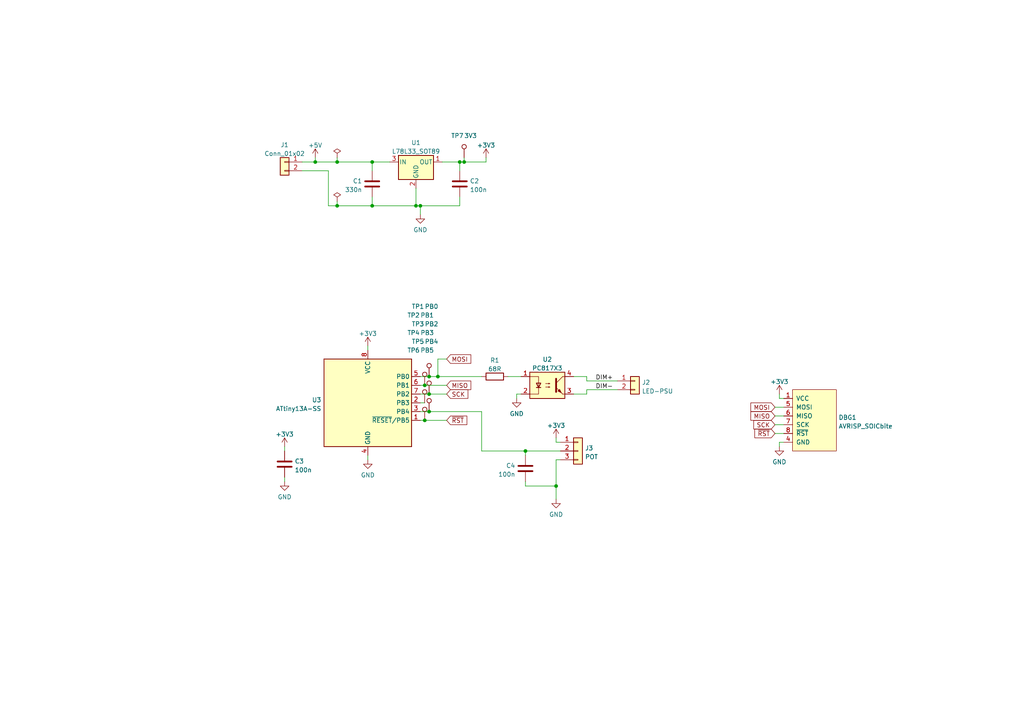
<source format=kicad_sch>
(kicad_sch (version 20211123) (generator eeschema)

  (uuid e63e39d7-6ac0-4ffd-8aa3-1841a4541b55)

  (paper "A4")

  (title_block
    (title "LogDimmer")
    (date "2022-07-05")
    (rev "A")
    (company "B E Searle")
    (comment 2 "PWM-controlled mains LED PSU (Meanwell LCM-25).")
    (comment 3 "Small board intended for implementing log-dimming on a ")
  )

  (lib_symbols
    (symbol "Connector_Generic:Conn_01x02" (pin_names (offset 1.016) hide) (in_bom yes) (on_board yes)
      (property "Reference" "J" (id 0) (at 0 2.54 0)
        (effects (font (size 1.27 1.27)))
      )
      (property "Value" "Conn_01x02" (id 1) (at 0 -5.08 0)
        (effects (font (size 1.27 1.27)))
      )
      (property "Footprint" "" (id 2) (at 0 0 0)
        (effects (font (size 1.27 1.27)) hide)
      )
      (property "Datasheet" "~" (id 3) (at 0 0 0)
        (effects (font (size 1.27 1.27)) hide)
      )
      (property "ki_keywords" "connector" (id 4) (at 0 0 0)
        (effects (font (size 1.27 1.27)) hide)
      )
      (property "ki_description" "Generic connector, single row, 01x02, script generated (kicad-library-utils/schlib/autogen/connector/)" (id 5) (at 0 0 0)
        (effects (font (size 1.27 1.27)) hide)
      )
      (property "ki_fp_filters" "Connector*:*_1x??_*" (id 6) (at 0 0 0)
        (effects (font (size 1.27 1.27)) hide)
      )
      (symbol "Conn_01x02_1_1"
        (rectangle (start -1.27 -2.413) (end 0 -2.667)
          (stroke (width 0.1524) (type default) (color 0 0 0 0))
          (fill (type none))
        )
        (rectangle (start -1.27 0.127) (end 0 -0.127)
          (stroke (width 0.1524) (type default) (color 0 0 0 0))
          (fill (type none))
        )
        (rectangle (start -1.27 1.27) (end 1.27 -3.81)
          (stroke (width 0.254) (type default) (color 0 0 0 0))
          (fill (type background))
        )
        (pin passive line (at -5.08 0 0) (length 3.81)
          (name "Pin_1" (effects (font (size 1.27 1.27))))
          (number "1" (effects (font (size 1.27 1.27))))
        )
        (pin passive line (at -5.08 -2.54 0) (length 3.81)
          (name "Pin_2" (effects (font (size 1.27 1.27))))
          (number "2" (effects (font (size 1.27 1.27))))
        )
      )
    )
    (symbol "Connector_Generic:Conn_01x03" (pin_names (offset 1.016) hide) (in_bom yes) (on_board yes)
      (property "Reference" "J" (id 0) (at 0 5.08 0)
        (effects (font (size 1.27 1.27)))
      )
      (property "Value" "Conn_01x03" (id 1) (at 0 -5.08 0)
        (effects (font (size 1.27 1.27)))
      )
      (property "Footprint" "" (id 2) (at 0 0 0)
        (effects (font (size 1.27 1.27)) hide)
      )
      (property "Datasheet" "~" (id 3) (at 0 0 0)
        (effects (font (size 1.27 1.27)) hide)
      )
      (property "ki_keywords" "connector" (id 4) (at 0 0 0)
        (effects (font (size 1.27 1.27)) hide)
      )
      (property "ki_description" "Generic connector, single row, 01x03, script generated (kicad-library-utils/schlib/autogen/connector/)" (id 5) (at 0 0 0)
        (effects (font (size 1.27 1.27)) hide)
      )
      (property "ki_fp_filters" "Connector*:*_1x??_*" (id 6) (at 0 0 0)
        (effects (font (size 1.27 1.27)) hide)
      )
      (symbol "Conn_01x03_1_1"
        (rectangle (start -1.27 -2.413) (end 0 -2.667)
          (stroke (width 0.1524) (type default) (color 0 0 0 0))
          (fill (type none))
        )
        (rectangle (start -1.27 0.127) (end 0 -0.127)
          (stroke (width 0.1524) (type default) (color 0 0 0 0))
          (fill (type none))
        )
        (rectangle (start -1.27 2.667) (end 0 2.413)
          (stroke (width 0.1524) (type default) (color 0 0 0 0))
          (fill (type none))
        )
        (rectangle (start -1.27 3.81) (end 1.27 -3.81)
          (stroke (width 0.254) (type default) (color 0 0 0 0))
          (fill (type background))
        )
        (pin passive line (at -5.08 2.54 0) (length 3.81)
          (name "Pin_1" (effects (font (size 1.27 1.27))))
          (number "1" (effects (font (size 1.27 1.27))))
        )
        (pin passive line (at -5.08 0 0) (length 3.81)
          (name "Pin_2" (effects (font (size 1.27 1.27))))
          (number "2" (effects (font (size 1.27 1.27))))
        )
        (pin passive line (at -5.08 -2.54 0) (length 3.81)
          (name "Pin_3" (effects (font (size 1.27 1.27))))
          (number "3" (effects (font (size 1.27 1.27))))
        )
      )
    )
    (symbol "Device:C" (pin_numbers hide) (pin_names (offset 0.254)) (in_bom yes) (on_board yes)
      (property "Reference" "C" (id 0) (at 0.635 2.54 0)
        (effects (font (size 1.27 1.27)) (justify left))
      )
      (property "Value" "C" (id 1) (at 0.635 -2.54 0)
        (effects (font (size 1.27 1.27)) (justify left))
      )
      (property "Footprint" "" (id 2) (at 0.9652 -3.81 0)
        (effects (font (size 1.27 1.27)) hide)
      )
      (property "Datasheet" "~" (id 3) (at 0 0 0)
        (effects (font (size 1.27 1.27)) hide)
      )
      (property "ki_keywords" "cap capacitor" (id 4) (at 0 0 0)
        (effects (font (size 1.27 1.27)) hide)
      )
      (property "ki_description" "Unpolarized capacitor" (id 5) (at 0 0 0)
        (effects (font (size 1.27 1.27)) hide)
      )
      (property "ki_fp_filters" "C_*" (id 6) (at 0 0 0)
        (effects (font (size 1.27 1.27)) hide)
      )
      (symbol "C_0_1"
        (polyline
          (pts
            (xy -2.032 -0.762)
            (xy 2.032 -0.762)
          )
          (stroke (width 0.508) (type default) (color 0 0 0 0))
          (fill (type none))
        )
        (polyline
          (pts
            (xy -2.032 0.762)
            (xy 2.032 0.762)
          )
          (stroke (width 0.508) (type default) (color 0 0 0 0))
          (fill (type none))
        )
      )
      (symbol "C_1_1"
        (pin passive line (at 0 3.81 270) (length 2.794)
          (name "~" (effects (font (size 1.27 1.27))))
          (number "1" (effects (font (size 1.27 1.27))))
        )
        (pin passive line (at 0 -3.81 90) (length 2.794)
          (name "~" (effects (font (size 1.27 1.27))))
          (number "2" (effects (font (size 1.27 1.27))))
        )
      )
    )
    (symbol "Device:R" (pin_numbers hide) (pin_names (offset 0)) (in_bom yes) (on_board yes)
      (property "Reference" "R" (id 0) (at 2.032 0 90)
        (effects (font (size 1.27 1.27)))
      )
      (property "Value" "R" (id 1) (at 0 0 90)
        (effects (font (size 1.27 1.27)))
      )
      (property "Footprint" "" (id 2) (at -1.778 0 90)
        (effects (font (size 1.27 1.27)) hide)
      )
      (property "Datasheet" "~" (id 3) (at 0 0 0)
        (effects (font (size 1.27 1.27)) hide)
      )
      (property "ki_keywords" "R res resistor" (id 4) (at 0 0 0)
        (effects (font (size 1.27 1.27)) hide)
      )
      (property "ki_description" "Resistor" (id 5) (at 0 0 0)
        (effects (font (size 1.27 1.27)) hide)
      )
      (property "ki_fp_filters" "R_*" (id 6) (at 0 0 0)
        (effects (font (size 1.27 1.27)) hide)
      )
      (symbol "R_0_1"
        (rectangle (start -1.016 -2.54) (end 1.016 2.54)
          (stroke (width 0.254) (type default) (color 0 0 0 0))
          (fill (type none))
        )
      )
      (symbol "R_1_1"
        (pin passive line (at 0 3.81 270) (length 1.27)
          (name "~" (effects (font (size 1.27 1.27))))
          (number "1" (effects (font (size 1.27 1.27))))
        )
        (pin passive line (at 0 -3.81 90) (length 1.27)
          (name "~" (effects (font (size 1.27 1.27))))
          (number "2" (effects (font (size 1.27 1.27))))
        )
      )
    )
    (symbol "GenericComponents:Test_point" (pin_numbers hide) (pin_names (offset 0) hide) (in_bom yes) (on_board yes)
      (property "Reference" "TP" (id 0) (at 0 5.715 0)
        (effects (font (size 1.27 1.27)))
      )
      (property "Value" "Test_point" (id 1) (at 0 7.62 0)
        (effects (font (size 1.27 1.27)))
      )
      (property "Footprint" "" (id 2) (at 0 0 0)
        (effects (font (size 1.27 1.27)) hide)
      )
      (property "Datasheet" "" (id 3) (at 0 0 0)
        (effects (font (size 1.27 1.27)) hide)
      )
      (property "ki_keywords" "test point pad" (id 4) (at 0 0 0)
        (effects (font (size 1.27 1.27)) hide)
      )
      (property "ki_description" "Generic test point component." (id 5) (at 0 0 0)
        (effects (font (size 1.27 1.27)) hide)
      )
      (property "ki_fp_filters" "TestPoint*" (id 6) (at 0 0 0)
        (effects (font (size 1.27 1.27)) hide)
      )
      (symbol "Test_point_0_1"
        (circle (center 0 3.175) (radius 0.635)
          (stroke (width 0.2032) (type default) (color 0 0 0 0))
          (fill (type none))
        )
      )
      (symbol "Test_point_1_1"
        (pin passive line (at 0 0 90) (length 2.54)
          (name "TP" (effects (font (size 1.27 1.27))))
          (number "1" (effects (font (size 1.27 1.27))))
        )
      )
    )
    (symbol "Isolator:PC817" (pin_names (offset 1.016)) (in_bom yes) (on_board yes)
      (property "Reference" "U" (id 0) (at -5.08 5.08 0)
        (effects (font (size 1.27 1.27)) (justify left))
      )
      (property "Value" "PC817" (id 1) (at 0 5.08 0)
        (effects (font (size 1.27 1.27)) (justify left))
      )
      (property "Footprint" "Package_DIP:DIP-4_W7.62mm" (id 2) (at -5.08 -5.08 0)
        (effects (font (size 1.27 1.27) italic) (justify left) hide)
      )
      (property "Datasheet" "http://www.soselectronic.cz/a_info/resource/d/pc817.pdf" (id 3) (at 0 0 0)
        (effects (font (size 1.27 1.27)) (justify left) hide)
      )
      (property "ki_keywords" "NPN DC Optocoupler" (id 4) (at 0 0 0)
        (effects (font (size 1.27 1.27)) hide)
      )
      (property "ki_description" "DC Optocoupler, Vce 35V, CTR 50-300%, DIP-4" (id 5) (at 0 0 0)
        (effects (font (size 1.27 1.27)) hide)
      )
      (property "ki_fp_filters" "DIP*W7.62mm*" (id 6) (at 0 0 0)
        (effects (font (size 1.27 1.27)) hide)
      )
      (symbol "PC817_0_1"
        (rectangle (start -5.08 3.81) (end 5.08 -3.81)
          (stroke (width 0.254) (type default) (color 0 0 0 0))
          (fill (type background))
        )
        (polyline
          (pts
            (xy -3.175 -0.635)
            (xy -1.905 -0.635)
          )
          (stroke (width 0.254) (type default) (color 0 0 0 0))
          (fill (type none))
        )
        (polyline
          (pts
            (xy 2.54 0.635)
            (xy 4.445 2.54)
          )
          (stroke (width 0) (type default) (color 0 0 0 0))
          (fill (type none))
        )
        (polyline
          (pts
            (xy 4.445 -2.54)
            (xy 2.54 -0.635)
          )
          (stroke (width 0) (type default) (color 0 0 0 0))
          (fill (type outline))
        )
        (polyline
          (pts
            (xy 4.445 -2.54)
            (xy 5.08 -2.54)
          )
          (stroke (width 0) (type default) (color 0 0 0 0))
          (fill (type none))
        )
        (polyline
          (pts
            (xy 4.445 2.54)
            (xy 5.08 2.54)
          )
          (stroke (width 0) (type default) (color 0 0 0 0))
          (fill (type none))
        )
        (polyline
          (pts
            (xy -5.08 2.54)
            (xy -2.54 2.54)
            (xy -2.54 -0.635)
          )
          (stroke (width 0) (type default) (color 0 0 0 0))
          (fill (type none))
        )
        (polyline
          (pts
            (xy -2.54 -0.635)
            (xy -2.54 -2.54)
            (xy -5.08 -2.54)
          )
          (stroke (width 0) (type default) (color 0 0 0 0))
          (fill (type none))
        )
        (polyline
          (pts
            (xy 2.54 1.905)
            (xy 2.54 -1.905)
            (xy 2.54 -1.905)
          )
          (stroke (width 0.508) (type default) (color 0 0 0 0))
          (fill (type none))
        )
        (polyline
          (pts
            (xy -2.54 -0.635)
            (xy -3.175 0.635)
            (xy -1.905 0.635)
            (xy -2.54 -0.635)
          )
          (stroke (width 0.254) (type default) (color 0 0 0 0))
          (fill (type none))
        )
        (polyline
          (pts
            (xy -0.508 -0.508)
            (xy 0.762 -0.508)
            (xy 0.381 -0.635)
            (xy 0.381 -0.381)
            (xy 0.762 -0.508)
          )
          (stroke (width 0) (type default) (color 0 0 0 0))
          (fill (type none))
        )
        (polyline
          (pts
            (xy -0.508 0.508)
            (xy 0.762 0.508)
            (xy 0.381 0.381)
            (xy 0.381 0.635)
            (xy 0.762 0.508)
          )
          (stroke (width 0) (type default) (color 0 0 0 0))
          (fill (type none))
        )
        (polyline
          (pts
            (xy 3.048 -1.651)
            (xy 3.556 -1.143)
            (xy 4.064 -2.159)
            (xy 3.048 -1.651)
            (xy 3.048 -1.651)
          )
          (stroke (width 0) (type default) (color 0 0 0 0))
          (fill (type outline))
        )
      )
      (symbol "PC817_1_1"
        (pin passive line (at -7.62 2.54 0) (length 2.54)
          (name "~" (effects (font (size 1.27 1.27))))
          (number "1" (effects (font (size 1.27 1.27))))
        )
        (pin passive line (at -7.62 -2.54 0) (length 2.54)
          (name "~" (effects (font (size 1.27 1.27))))
          (number "2" (effects (font (size 1.27 1.27))))
        )
        (pin passive line (at 7.62 -2.54 180) (length 2.54)
          (name "~" (effects (font (size 1.27 1.27))))
          (number "3" (effects (font (size 1.27 1.27))))
        )
        (pin passive line (at 7.62 2.54 180) (length 2.54)
          (name "~" (effects (font (size 1.27 1.27))))
          (number "4" (effects (font (size 1.27 1.27))))
        )
      )
    )
    (symbol "MCU_Microchip_ATtiny:ATtiny13A-SS" (in_bom yes) (on_board yes)
      (property "Reference" "U" (id 0) (at -12.7 13.97 0)
        (effects (font (size 1.27 1.27)) (justify left bottom))
      )
      (property "Value" "ATtiny13A-SS" (id 1) (at 2.54 -13.97 0)
        (effects (font (size 1.27 1.27)) (justify left top))
      )
      (property "Footprint" "Package_SO:SOIC-8_3.9x4.9mm_P1.27mm" (id 2) (at 0 0 0)
        (effects (font (size 1.27 1.27) italic) hide)
      )
      (property "Datasheet" "http://ww1.microchip.com/downloads/en/DeviceDoc/doc8126.pdf" (id 3) (at 0 0 0)
        (effects (font (size 1.27 1.27)) hide)
      )
      (property "ki_keywords" "AVR 8bit Microcontroller tinyAVR" (id 4) (at 0 0 0)
        (effects (font (size 1.27 1.27)) hide)
      )
      (property "ki_description" "20MHz, 1kB Flash, 64B SRAM, 64B EEPROM, debugWIRE, SOIC-8" (id 5) (at 0 0 0)
        (effects (font (size 1.27 1.27)) hide)
      )
      (property "ki_fp_filters" "SOIC*3.9x4.9mm*P1.27mm*" (id 6) (at 0 0 0)
        (effects (font (size 1.27 1.27)) hide)
      )
      (symbol "ATtiny13A-SS_0_1"
        (rectangle (start -12.7 -12.7) (end 12.7 12.7)
          (stroke (width 0.254) (type default) (color 0 0 0 0))
          (fill (type background))
        )
      )
      (symbol "ATtiny13A-SS_1_1"
        (pin bidirectional line (at 15.24 -5.08 180) (length 2.54)
          (name "~{RESET}/PB5" (effects (font (size 1.27 1.27))))
          (number "1" (effects (font (size 1.27 1.27))))
        )
        (pin bidirectional line (at 15.24 0 180) (length 2.54)
          (name "PB3" (effects (font (size 1.27 1.27))))
          (number "2" (effects (font (size 1.27 1.27))))
        )
        (pin bidirectional line (at 15.24 -2.54 180) (length 2.54)
          (name "PB4" (effects (font (size 1.27 1.27))))
          (number "3" (effects (font (size 1.27 1.27))))
        )
        (pin power_in line (at 0 -15.24 90) (length 2.54)
          (name "GND" (effects (font (size 1.27 1.27))))
          (number "4" (effects (font (size 1.27 1.27))))
        )
        (pin bidirectional line (at 15.24 7.62 180) (length 2.54)
          (name "PB0" (effects (font (size 1.27 1.27))))
          (number "5" (effects (font (size 1.27 1.27))))
        )
        (pin bidirectional line (at 15.24 5.08 180) (length 2.54)
          (name "PB1" (effects (font (size 1.27 1.27))))
          (number "6" (effects (font (size 1.27 1.27))))
        )
        (pin bidirectional line (at 15.24 2.54 180) (length 2.54)
          (name "PB2" (effects (font (size 1.27 1.27))))
          (number "7" (effects (font (size 1.27 1.27))))
        )
        (pin power_in line (at 0 15.24 270) (length 2.54)
          (name "VCC" (effects (font (size 1.27 1.27))))
          (number "8" (effects (font (size 1.27 1.27))))
        )
      )
    )
    (symbol "PersonalDebug:AVRISP_SOICbite" (pin_names (offset 1.016)) (in_bom yes) (on_board yes)
      (property "Reference" "DBG" (id 0) (at 0 7.62 0)
        (effects (font (size 1.27 1.27)))
      )
      (property "Value" "AVRISP_SOICbite" (id 1) (at 0 -13.97 0)
        (effects (font (size 1.27 1.27)))
      )
      (property "Footprint" "PersonalConnectors:Keebio_Header-6-Pin-ZigZag" (id 2) (at -11.43 7.62 0)
        (effects (font (size 1.27 1.27)) hide)
      )
      (property "Datasheet" "" (id 3) (at -11.43 7.62 0)
        (effects (font (size 1.27 1.27)) hide)
      )
      (property "ki_description" "AVRISP/ICSP SOICbite board-edge connector" (id 4) (at 0 0 0)
        (effects (font (size 1.27 1.27)) hide)
      )
      (property "ki_fp_filters" "*Tag-Connect_TC2030*" (id 5) (at 0 0 0)
        (effects (font (size 1.27 1.27)) hide)
      )
      (symbol "AVRISP_SOICbite_0_0"
        (pin power_in line (at -8.89 3.81 0) (length 2.54)
          (name "VCC" (effects (font (size 1.27 1.27))))
          (number "1" (effects (font (size 1.27 1.27))))
        )
        (pin power_in line (at -8.89 -8.89 0) (length 2.54)
          (name "GND" (effects (font (size 1.27 1.27))))
          (number "4" (effects (font (size 1.27 1.27))))
        )
        (pin output line (at -8.89 1.27 0) (length 2.54)
          (name "MOSI" (effects (font (size 1.27 1.27))))
          (number "5" (effects (font (size 1.27 1.27))))
        )
        (pin input line (at -8.89 -1.27 0) (length 2.54)
          (name "MISO" (effects (font (size 1.27 1.27))))
          (number "6" (effects (font (size 1.27 1.27))))
        )
        (pin output line (at -8.89 -3.81 0) (length 2.54)
          (name "SCK" (effects (font (size 1.27 1.27))))
          (number "7" (effects (font (size 1.27 1.27))))
        )
        (pin output line (at -8.89 -6.35 0) (length 2.54)
          (name "~{RST}" (effects (font (size 1.27 1.27))))
          (number "8" (effects (font (size 1.27 1.27))))
        )
      )
      (symbol "AVRISP_SOICbite_0_1"
        (rectangle (start -6.35 6.35) (end 6.35 -11.43)
          (stroke (width 0) (type default) (color 0 0 0 0))
          (fill (type background))
        )
      )
    )
    (symbol "Regulator_Linear:L78L33_SOT89" (pin_names (offset 0.254)) (in_bom yes) (on_board yes)
      (property "Reference" "U" (id 0) (at -3.81 3.175 0)
        (effects (font (size 1.27 1.27)))
      )
      (property "Value" "L78L33_SOT89" (id 1) (at -0.635 3.175 0)
        (effects (font (size 1.27 1.27)) (justify left))
      )
      (property "Footprint" "Package_TO_SOT_SMD:SOT-89-3" (id 2) (at 0 5.08 0)
        (effects (font (size 1.27 1.27) italic) hide)
      )
      (property "Datasheet" "http://www.st.com/content/ccc/resource/technical/document/datasheet/15/55/e5/aa/23/5b/43/fd/CD00000446.pdf/files/CD00000446.pdf/jcr:content/translations/en.CD00000446.pdf" (id 3) (at 0 -1.27 0)
        (effects (font (size 1.27 1.27)) hide)
      )
      (property "ki_keywords" "Voltage Regulator 100mA Positive" (id 4) (at 0 0 0)
        (effects (font (size 1.27 1.27)) hide)
      )
      (property "ki_description" "Positive 100mA 30V Linear Regulator, Fixed Output 3.3V, SOT-89" (id 5) (at 0 0 0)
        (effects (font (size 1.27 1.27)) hide)
      )
      (property "ki_fp_filters" "SOT?89*" (id 6) (at 0 0 0)
        (effects (font (size 1.27 1.27)) hide)
      )
      (symbol "L78L33_SOT89_0_1"
        (rectangle (start -5.08 1.905) (end 5.08 -5.08)
          (stroke (width 0.254) (type default) (color 0 0 0 0))
          (fill (type background))
        )
      )
      (symbol "L78L33_SOT89_1_1"
        (pin power_out line (at 7.62 0 180) (length 2.54)
          (name "OUT" (effects (font (size 1.27 1.27))))
          (number "1" (effects (font (size 1.27 1.27))))
        )
        (pin power_in line (at 0 -7.62 90) (length 2.54)
          (name "GND" (effects (font (size 1.27 1.27))))
          (number "2" (effects (font (size 1.27 1.27))))
        )
        (pin power_in line (at -7.62 0 0) (length 2.54)
          (name "IN" (effects (font (size 1.27 1.27))))
          (number "3" (effects (font (size 1.27 1.27))))
        )
      )
    )
    (symbol "power:+3.3V" (power) (pin_names (offset 0)) (in_bom yes) (on_board yes)
      (property "Reference" "#PWR" (id 0) (at 0 -3.81 0)
        (effects (font (size 1.27 1.27)) hide)
      )
      (property "Value" "+3.3V" (id 1) (at 0 3.556 0)
        (effects (font (size 1.27 1.27)))
      )
      (property "Footprint" "" (id 2) (at 0 0 0)
        (effects (font (size 1.27 1.27)) hide)
      )
      (property "Datasheet" "" (id 3) (at 0 0 0)
        (effects (font (size 1.27 1.27)) hide)
      )
      (property "ki_keywords" "power-flag" (id 4) (at 0 0 0)
        (effects (font (size 1.27 1.27)) hide)
      )
      (property "ki_description" "Power symbol creates a global label with name \"+3.3V\"" (id 5) (at 0 0 0)
        (effects (font (size 1.27 1.27)) hide)
      )
      (symbol "+3.3V_0_1"
        (polyline
          (pts
            (xy -0.762 1.27)
            (xy 0 2.54)
          )
          (stroke (width 0) (type default) (color 0 0 0 0))
          (fill (type none))
        )
        (polyline
          (pts
            (xy 0 0)
            (xy 0 2.54)
          )
          (stroke (width 0) (type default) (color 0 0 0 0))
          (fill (type none))
        )
        (polyline
          (pts
            (xy 0 2.54)
            (xy 0.762 1.27)
          )
          (stroke (width 0) (type default) (color 0 0 0 0))
          (fill (type none))
        )
      )
      (symbol "+3.3V_1_1"
        (pin power_in line (at 0 0 90) (length 0) hide
          (name "+3V3" (effects (font (size 1.27 1.27))))
          (number "1" (effects (font (size 1.27 1.27))))
        )
      )
    )
    (symbol "power:+3V3" (power) (pin_names (offset 0)) (in_bom yes) (on_board yes)
      (property "Reference" "#PWR" (id 0) (at 0 -3.81 0)
        (effects (font (size 1.27 1.27)) hide)
      )
      (property "Value" "+3V3" (id 1) (at 0 3.556 0)
        (effects (font (size 1.27 1.27)))
      )
      (property "Footprint" "" (id 2) (at 0 0 0)
        (effects (font (size 1.27 1.27)) hide)
      )
      (property "Datasheet" "" (id 3) (at 0 0 0)
        (effects (font (size 1.27 1.27)) hide)
      )
      (property "ki_keywords" "power-flag" (id 4) (at 0 0 0)
        (effects (font (size 1.27 1.27)) hide)
      )
      (property "ki_description" "Power symbol creates a global label with name \"+3V3\"" (id 5) (at 0 0 0)
        (effects (font (size 1.27 1.27)) hide)
      )
      (symbol "+3V3_0_1"
        (polyline
          (pts
            (xy -0.762 1.27)
            (xy 0 2.54)
          )
          (stroke (width 0) (type default) (color 0 0 0 0))
          (fill (type none))
        )
        (polyline
          (pts
            (xy 0 0)
            (xy 0 2.54)
          )
          (stroke (width 0) (type default) (color 0 0 0 0))
          (fill (type none))
        )
        (polyline
          (pts
            (xy 0 2.54)
            (xy 0.762 1.27)
          )
          (stroke (width 0) (type default) (color 0 0 0 0))
          (fill (type none))
        )
      )
      (symbol "+3V3_1_1"
        (pin power_in line (at 0 0 90) (length 0) hide
          (name "+3V3" (effects (font (size 1.27 1.27))))
          (number "1" (effects (font (size 1.27 1.27))))
        )
      )
    )
    (symbol "power:+5V" (power) (pin_names (offset 0)) (in_bom yes) (on_board yes)
      (property "Reference" "#PWR" (id 0) (at 0 -3.81 0)
        (effects (font (size 1.27 1.27)) hide)
      )
      (property "Value" "+5V" (id 1) (at 0 3.556 0)
        (effects (font (size 1.27 1.27)))
      )
      (property "Footprint" "" (id 2) (at 0 0 0)
        (effects (font (size 1.27 1.27)) hide)
      )
      (property "Datasheet" "" (id 3) (at 0 0 0)
        (effects (font (size 1.27 1.27)) hide)
      )
      (property "ki_keywords" "power-flag" (id 4) (at 0 0 0)
        (effects (font (size 1.27 1.27)) hide)
      )
      (property "ki_description" "Power symbol creates a global label with name \"+5V\"" (id 5) (at 0 0 0)
        (effects (font (size 1.27 1.27)) hide)
      )
      (symbol "+5V_0_1"
        (polyline
          (pts
            (xy -0.762 1.27)
            (xy 0 2.54)
          )
          (stroke (width 0) (type default) (color 0 0 0 0))
          (fill (type none))
        )
        (polyline
          (pts
            (xy 0 0)
            (xy 0 2.54)
          )
          (stroke (width 0) (type default) (color 0 0 0 0))
          (fill (type none))
        )
        (polyline
          (pts
            (xy 0 2.54)
            (xy 0.762 1.27)
          )
          (stroke (width 0) (type default) (color 0 0 0 0))
          (fill (type none))
        )
      )
      (symbol "+5V_1_1"
        (pin power_in line (at 0 0 90) (length 0) hide
          (name "+5V" (effects (font (size 1.27 1.27))))
          (number "1" (effects (font (size 1.27 1.27))))
        )
      )
    )
    (symbol "power:GND" (power) (pin_names (offset 0)) (in_bom yes) (on_board yes)
      (property "Reference" "#PWR" (id 0) (at 0 -6.35 0)
        (effects (font (size 1.27 1.27)) hide)
      )
      (property "Value" "GND" (id 1) (at 0 -3.81 0)
        (effects (font (size 1.27 1.27)))
      )
      (property "Footprint" "" (id 2) (at 0 0 0)
        (effects (font (size 1.27 1.27)) hide)
      )
      (property "Datasheet" "" (id 3) (at 0 0 0)
        (effects (font (size 1.27 1.27)) hide)
      )
      (property "ki_keywords" "power-flag" (id 4) (at 0 0 0)
        (effects (font (size 1.27 1.27)) hide)
      )
      (property "ki_description" "Power symbol creates a global label with name \"GND\" , ground" (id 5) (at 0 0 0)
        (effects (font (size 1.27 1.27)) hide)
      )
      (symbol "GND_0_1"
        (polyline
          (pts
            (xy 0 0)
            (xy 0 -1.27)
            (xy 1.27 -1.27)
            (xy 0 -2.54)
            (xy -1.27 -1.27)
            (xy 0 -1.27)
          )
          (stroke (width 0) (type default) (color 0 0 0 0))
          (fill (type none))
        )
      )
      (symbol "GND_1_1"
        (pin power_in line (at 0 0 270) (length 0) hide
          (name "GND" (effects (font (size 1.27 1.27))))
          (number "1" (effects (font (size 1.27 1.27))))
        )
      )
    )
    (symbol "power:PWR_FLAG" (power) (pin_numbers hide) (pin_names (offset 0) hide) (in_bom yes) (on_board yes)
      (property "Reference" "#FLG" (id 0) (at 0 1.905 0)
        (effects (font (size 1.27 1.27)) hide)
      )
      (property "Value" "PWR_FLAG" (id 1) (at 0 3.81 0)
        (effects (font (size 1.27 1.27)))
      )
      (property "Footprint" "" (id 2) (at 0 0 0)
        (effects (font (size 1.27 1.27)) hide)
      )
      (property "Datasheet" "~" (id 3) (at 0 0 0)
        (effects (font (size 1.27 1.27)) hide)
      )
      (property "ki_keywords" "power-flag" (id 4) (at 0 0 0)
        (effects (font (size 1.27 1.27)) hide)
      )
      (property "ki_description" "Special symbol for telling ERC where power comes from" (id 5) (at 0 0 0)
        (effects (font (size 1.27 1.27)) hide)
      )
      (symbol "PWR_FLAG_0_0"
        (pin power_out line (at 0 0 90) (length 0)
          (name "pwr" (effects (font (size 1.27 1.27))))
          (number "1" (effects (font (size 1.27 1.27))))
        )
      )
      (symbol "PWR_FLAG_0_1"
        (polyline
          (pts
            (xy 0 0)
            (xy 0 1.27)
            (xy -1.016 1.905)
            (xy 0 2.54)
            (xy 1.016 1.905)
            (xy 0 1.27)
          )
          (stroke (width 0) (type default) (color 0 0 0 0))
          (fill (type none))
        )
      )
    )
  )

  (junction (at 161.29 140.97) (diameter 0) (color 0 0 0 0)
    (uuid 03fb28eb-06eb-4ca4-8fee-5adeb193c473)
  )
  (junction (at 127 109.22) (diameter 0) (color 0 0 0 0)
    (uuid 160c6ccb-50ac-4389-bd42-84a3639602ad)
  )
  (junction (at 107.95 59.69) (diameter 0) (color 0 0 0 0)
    (uuid 2feb9547-5636-41ef-8a2c-2443d107fc0d)
  )
  (junction (at 133.35 46.99) (diameter 0) (color 0 0 0 0)
    (uuid 41ec17f1-a1c7-4981-8d23-6f022a5bf0fa)
  )
  (junction (at 121.92 59.69) (diameter 0) (color 0 0 0 0)
    (uuid 5017f58d-75b1-409d-82c4-f4479ab3fa22)
  )
  (junction (at 107.95 46.99) (diameter 0) (color 0 0 0 0)
    (uuid 6a331fc6-4bc1-41a9-8112-ae5a36f4acf2)
  )
  (junction (at 152.4 130.81) (diameter 0) (color 0 0 0 0)
    (uuid 7107269e-e979-4996-83e7-58c7a170618f)
  )
  (junction (at 123.19 121.92) (diameter 0) (color 0 0 0 0)
    (uuid 7d754cfc-b652-413c-b5d9-73e06e57f368)
  )
  (junction (at 124.46 109.22) (diameter 0) (color 0 0 0 0)
    (uuid 86e42ddd-2832-4109-8f7b-0828d43b6892)
  )
  (junction (at 91.44 46.99) (diameter 0) (color 0 0 0 0)
    (uuid 93019553-24ba-4f87-afba-d81b55213900)
  )
  (junction (at 97.79 59.69) (diameter 0) (color 0 0 0 0)
    (uuid 93af4660-ab3d-4ff1-a61c-29a1a369bd79)
  )
  (junction (at 123.19 111.76) (diameter 0) (color 0 0 0 0)
    (uuid a6f3d283-6f88-4498-929e-c25fc5f2bd27)
  )
  (junction (at 124.46 119.38) (diameter 0) (color 0 0 0 0)
    (uuid bef2c12c-5e76-46eb-8160-ec91e0fc67a4)
  )
  (junction (at 97.79 46.99) (diameter 0) (color 0 0 0 0)
    (uuid dc8d4b7a-2cc2-456a-9ed4-f211f792972e)
  )
  (junction (at 134.62 46.99) (diameter 0) (color 0 0 0 0)
    (uuid e81173bb-bf6c-4aac-8b93-8415e30df707)
  )
  (junction (at 124.46 114.3) (diameter 0) (color 0 0 0 0)
    (uuid f53b7907-1088-4bb4-86d8-42c02cf0df57)
  )
  (junction (at 120.65 59.69) (diameter 0) (color 0 0 0 0)
    (uuid fc1da215-abd7-458a-9090-ea5b61d2a247)
  )

  (wire (pts (xy 161.29 133.35) (xy 161.29 140.97))
    (stroke (width 0) (type default) (color 0 0 0 0))
    (uuid 0aaec834-b6cd-4594-bbe4-38488dfe7f91)
  )
  (wire (pts (xy 170.18 110.49) (xy 179.07 110.49))
    (stroke (width 0) (type default) (color 0 0 0 0))
    (uuid 0acda80f-1be4-468b-8b14-8a1578d28e22)
  )
  (wire (pts (xy 133.35 49.53) (xy 133.35 46.99))
    (stroke (width 0) (type default) (color 0 0 0 0))
    (uuid 0b5cbbe1-3458-463a-b867-14f537327dbd)
  )
  (wire (pts (xy 124.46 114.3) (xy 129.54 114.3))
    (stroke (width 0) (type default) (color 0 0 0 0))
    (uuid 0dadb87d-1179-4cef-a2dd-e595c07010aa)
  )
  (wire (pts (xy 161.29 128.27) (xy 162.56 128.27))
    (stroke (width 0) (type default) (color 0 0 0 0))
    (uuid 0ed21c9f-92cc-47b8-a848-e85186b1b38d)
  )
  (wire (pts (xy 121.92 121.92) (xy 123.19 121.92))
    (stroke (width 0) (type default) (color 0 0 0 0))
    (uuid 15cf6aa0-7d99-4795-b773-e3d2ecb82be0)
  )
  (wire (pts (xy 124.46 109.22) (xy 127 109.22))
    (stroke (width 0) (type default) (color 0 0 0 0))
    (uuid 15ff8cf9-691e-45f8-a351-5f6683398fe2)
  )
  (wire (pts (xy 133.35 46.99) (xy 128.27 46.99))
    (stroke (width 0) (type default) (color 0 0 0 0))
    (uuid 16a21d6c-af13-4946-a208-eb016d45abae)
  )
  (wire (pts (xy 170.18 113.03) (xy 170.18 114.3))
    (stroke (width 0) (type default) (color 0 0 0 0))
    (uuid 1a20da72-0b36-4d84-a837-0d57f6939f50)
  )
  (wire (pts (xy 97.79 46.99) (xy 107.95 46.99))
    (stroke (width 0) (type default) (color 0 0 0 0))
    (uuid 1d7a6498-4620-4043-9f0e-13b07801b45b)
  )
  (wire (pts (xy 224.79 125.73) (xy 227.33 125.73))
    (stroke (width 0) (type default) (color 0 0 0 0))
    (uuid 21a31e43-5773-4141-a432-1481697af77f)
  )
  (wire (pts (xy 152.4 130.81) (xy 162.56 130.81))
    (stroke (width 0) (type default) (color 0 0 0 0))
    (uuid 26c0d163-2f60-4940-985d-6db8f738c004)
  )
  (wire (pts (xy 120.65 54.61) (xy 120.65 59.69))
    (stroke (width 0) (type default) (color 0 0 0 0))
    (uuid 307213d5-4014-479b-9e6d-ccf1122dcdea)
  )
  (wire (pts (xy 161.29 127) (xy 161.29 128.27))
    (stroke (width 0) (type default) (color 0 0 0 0))
    (uuid 3a62a57d-e15b-4232-9598-1fa6b0ba3cf7)
  )
  (wire (pts (xy 124.46 119.38) (xy 121.92 119.38))
    (stroke (width 0) (type default) (color 0 0 0 0))
    (uuid 3ab7be71-2f42-440a-8f85-4a4368e06287)
  )
  (wire (pts (xy 127 109.22) (xy 139.7 109.22))
    (stroke (width 0) (type default) (color 0 0 0 0))
    (uuid 3e1f6a8b-25d2-41fc-9dda-2b13e2dfb910)
  )
  (wire (pts (xy 133.35 46.99) (xy 134.62 46.99))
    (stroke (width 0) (type default) (color 0 0 0 0))
    (uuid 3f199a30-ca57-4129-b68a-ef4a1d6a402c)
  )
  (wire (pts (xy 97.79 59.69) (xy 107.95 59.69))
    (stroke (width 0) (type default) (color 0 0 0 0))
    (uuid 4305018c-f722-4d96-ae28-002757d077d0)
  )
  (wire (pts (xy 127 104.14) (xy 127 109.22))
    (stroke (width 0) (type default) (color 0 0 0 0))
    (uuid 4b415b67-a0fe-4507-ada6-495a1e568e1d)
  )
  (wire (pts (xy 226.06 115.57) (xy 227.33 115.57))
    (stroke (width 0) (type default) (color 0 0 0 0))
    (uuid 4e7bc4a4-0883-49d3-91d8-8b019c6b5cc7)
  )
  (wire (pts (xy 129.54 104.14) (xy 127 104.14))
    (stroke (width 0) (type default) (color 0 0 0 0))
    (uuid 50095769-b1a1-4515-9165-6c10d1e03ff0)
  )
  (wire (pts (xy 106.68 100.33) (xy 106.68 101.6))
    (stroke (width 0) (type default) (color 0 0 0 0))
    (uuid 535aa6a0-6118-476a-aad7-7b104a0cfc98)
  )
  (wire (pts (xy 139.7 130.81) (xy 152.4 130.81))
    (stroke (width 0) (type default) (color 0 0 0 0))
    (uuid 566a418e-3479-4d50-9f01-b168d497082a)
  )
  (wire (pts (xy 121.92 109.22) (xy 124.46 109.22))
    (stroke (width 0) (type default) (color 0 0 0 0))
    (uuid 5be3420a-42fc-482b-8bef-946997728156)
  )
  (wire (pts (xy 139.7 119.38) (xy 124.46 119.38))
    (stroke (width 0) (type default) (color 0 0 0 0))
    (uuid 6253ed31-7bbe-4ee0-8926-f283bed6b616)
  )
  (wire (pts (xy 95.25 59.69) (xy 97.79 59.69))
    (stroke (width 0) (type default) (color 0 0 0 0))
    (uuid 679ef5d7-4577-4e07-aeb3-57969f45c273)
  )
  (wire (pts (xy 134.62 46.99) (xy 140.97 46.99))
    (stroke (width 0) (type default) (color 0 0 0 0))
    (uuid 6a3664a8-6480-42b6-b6a8-09c2ccdaadd1)
  )
  (wire (pts (xy 123.19 121.92) (xy 129.54 121.92))
    (stroke (width 0) (type default) (color 0 0 0 0))
    (uuid 6bcbff62-6fef-4f76-8d0c-38e220c89bc4)
  )
  (wire (pts (xy 170.18 110.49) (xy 170.18 109.22))
    (stroke (width 0) (type default) (color 0 0 0 0))
    (uuid 6e7dc5c3-e13c-4557-bec9-4a0e60efab16)
  )
  (wire (pts (xy 82.55 129.54) (xy 82.55 130.81))
    (stroke (width 0) (type default) (color 0 0 0 0))
    (uuid 6ff27d99-78b4-450f-95c6-9a1e30d273c9)
  )
  (wire (pts (xy 166.37 114.3) (xy 170.18 114.3))
    (stroke (width 0) (type default) (color 0 0 0 0))
    (uuid 71f52f3d-0a4c-45bd-8ef7-0314f722eaf3)
  )
  (wire (pts (xy 147.32 109.22) (xy 151.13 109.22))
    (stroke (width 0) (type default) (color 0 0 0 0))
    (uuid 736e663d-56f3-4374-8165-76507177077d)
  )
  (wire (pts (xy 161.29 133.35) (xy 162.56 133.35))
    (stroke (width 0) (type default) (color 0 0 0 0))
    (uuid 75de215e-b98e-459b-8e49-b0c52e090de0)
  )
  (wire (pts (xy 149.86 115.57) (xy 149.86 114.3))
    (stroke (width 0) (type default) (color 0 0 0 0))
    (uuid 7985ddee-a800-42c8-bcd4-e3fbfe5a3812)
  )
  (wire (pts (xy 121.92 59.69) (xy 120.65 59.69))
    (stroke (width 0) (type default) (color 0 0 0 0))
    (uuid 7dd3a20d-00bf-4594-993e-567fba67348a)
  )
  (wire (pts (xy 123.19 111.76) (xy 129.54 111.76))
    (stroke (width 0) (type default) (color 0 0 0 0))
    (uuid 84d34e86-2f57-494e-b68b-be117e08befe)
  )
  (wire (pts (xy 120.65 59.69) (xy 107.95 59.69))
    (stroke (width 0) (type default) (color 0 0 0 0))
    (uuid 862e893d-c1b1-4a1e-bdfb-4bf464f95859)
  )
  (wire (pts (xy 170.18 113.03) (xy 179.07 113.03))
    (stroke (width 0) (type default) (color 0 0 0 0))
    (uuid 865e17bb-bda6-4668-af0a-4afa400815ca)
  )
  (wire (pts (xy 107.95 59.69) (xy 107.95 57.15))
    (stroke (width 0) (type default) (color 0 0 0 0))
    (uuid 8b134061-87b9-4e0c-81df-8388ed6430a4)
  )
  (wire (pts (xy 133.35 57.15) (xy 133.35 59.69))
    (stroke (width 0) (type default) (color 0 0 0 0))
    (uuid 93873c43-2179-49a1-b1b1-18543e345ec4)
  )
  (wire (pts (xy 87.63 49.53) (xy 95.25 49.53))
    (stroke (width 0) (type default) (color 0 0 0 0))
    (uuid 993851c5-5604-4345-98a0-f585f79146b7)
  )
  (wire (pts (xy 161.29 140.97) (xy 161.29 144.78))
    (stroke (width 0) (type default) (color 0 0 0 0))
    (uuid 9b3ef77d-661c-47e9-bb0d-3c1c5d4eb1c8)
  )
  (wire (pts (xy 121.92 114.3) (xy 124.46 114.3))
    (stroke (width 0) (type default) (color 0 0 0 0))
    (uuid 9cc38e11-80bf-4bb7-96d1-6de790fadf9d)
  )
  (wire (pts (xy 97.79 58.42) (xy 97.79 59.69))
    (stroke (width 0) (type default) (color 0 0 0 0))
    (uuid ac246768-3ce6-461b-b19e-be0c01f82334)
  )
  (wire (pts (xy 121.92 59.69) (xy 121.92 62.23))
    (stroke (width 0) (type default) (color 0 0 0 0))
    (uuid accc2147-fc0d-49fc-9543-376d2f409aa5)
  )
  (wire (pts (xy 139.7 119.38) (xy 139.7 130.81))
    (stroke (width 0) (type default) (color 0 0 0 0))
    (uuid ace3a400-9c48-4bf7-8d2f-018a3c1a25bc)
  )
  (wire (pts (xy 106.68 132.08) (xy 106.68 133.35))
    (stroke (width 0) (type default) (color 0 0 0 0))
    (uuid b3763428-8a65-4270-bdcb-652dba1e1f6d)
  )
  (wire (pts (xy 107.95 46.99) (xy 107.95 49.53))
    (stroke (width 0) (type default) (color 0 0 0 0))
    (uuid b3cfcc4e-b509-402b-9352-32ba1b98e98c)
  )
  (wire (pts (xy 82.55 138.43) (xy 82.55 139.7))
    (stroke (width 0) (type default) (color 0 0 0 0))
    (uuid b58ee507-393c-44f7-a2de-9851a5b9bead)
  )
  (wire (pts (xy 87.63 46.99) (xy 91.44 46.99))
    (stroke (width 0) (type default) (color 0 0 0 0))
    (uuid bef3e79c-2d7f-4113-b2d4-1830adb75967)
  )
  (wire (pts (xy 121.92 116.84) (xy 123.19 116.84))
    (stroke (width 0) (type default) (color 0 0 0 0))
    (uuid c1456c18-e230-4099-937e-eec69622ceb2)
  )
  (wire (pts (xy 134.62 45.72) (xy 134.62 46.99))
    (stroke (width 0) (type default) (color 0 0 0 0))
    (uuid c46e5323-fc9a-439b-ac5c-cd762628ec15)
  )
  (wire (pts (xy 140.97 45.72) (xy 140.97 46.99))
    (stroke (width 0) (type default) (color 0 0 0 0))
    (uuid c7541acb-d679-4893-b776-417900e0fb50)
  )
  (wire (pts (xy 152.4 139.7) (xy 152.4 140.97))
    (stroke (width 0) (type default) (color 0 0 0 0))
    (uuid c7b96268-c4fc-4a2a-b522-3aa38334fb3b)
  )
  (wire (pts (xy 224.79 123.19) (xy 227.33 123.19))
    (stroke (width 0) (type default) (color 0 0 0 0))
    (uuid c9215926-8bd9-4801-a79b-1ab54bf08662)
  )
  (wire (pts (xy 149.86 114.3) (xy 151.13 114.3))
    (stroke (width 0) (type default) (color 0 0 0 0))
    (uuid ccf1d7a4-f047-4dc9-af21-24b7fa1c23ff)
  )
  (wire (pts (xy 97.79 45.72) (xy 97.79 46.99))
    (stroke (width 0) (type default) (color 0 0 0 0))
    (uuid ce3c59d0-6cbc-403a-a9e9-ed606b097090)
  )
  (wire (pts (xy 91.44 46.99) (xy 97.79 46.99))
    (stroke (width 0) (type default) (color 0 0 0 0))
    (uuid d5ecfb15-8fb9-468f-844b-7787d456321d)
  )
  (wire (pts (xy 226.06 128.27) (xy 227.33 128.27))
    (stroke (width 0) (type default) (color 0 0 0 0))
    (uuid ddfc0df3-b667-415d-86f4-749190372d88)
  )
  (wire (pts (xy 170.18 109.22) (xy 166.37 109.22))
    (stroke (width 0) (type default) (color 0 0 0 0))
    (uuid dfdbcb00-2d63-4ac3-b571-dd6bc4d267e0)
  )
  (wire (pts (xy 91.44 45.72) (xy 91.44 46.99))
    (stroke (width 0) (type default) (color 0 0 0 0))
    (uuid e05f1394-c9aa-4dd1-87f9-4b85db926ab9)
  )
  (wire (pts (xy 226.06 114.3) (xy 226.06 115.57))
    (stroke (width 0) (type default) (color 0 0 0 0))
    (uuid e0bdfc74-59eb-49e8-97d1-db490fbe5a34)
  )
  (wire (pts (xy 133.35 59.69) (xy 121.92 59.69))
    (stroke (width 0) (type default) (color 0 0 0 0))
    (uuid e0d1f236-1e98-4324-aeed-5c28476cd62c)
  )
  (wire (pts (xy 226.06 129.54) (xy 226.06 128.27))
    (stroke (width 0) (type default) (color 0 0 0 0))
    (uuid e223035e-b702-464a-8bb5-f03df6ceeb93)
  )
  (wire (pts (xy 152.4 130.81) (xy 152.4 132.08))
    (stroke (width 0) (type default) (color 0 0 0 0))
    (uuid e30ea2f9-eb62-470b-aed5-8a6f5800bdb4)
  )
  (wire (pts (xy 121.92 111.76) (xy 123.19 111.76))
    (stroke (width 0) (type default) (color 0 0 0 0))
    (uuid e5e3dc58-7832-4a1c-8da0-122e7bde3469)
  )
  (wire (pts (xy 113.03 46.99) (xy 107.95 46.99))
    (stroke (width 0) (type default) (color 0 0 0 0))
    (uuid e8093a70-a51b-444b-8219-2bb526d151d1)
  )
  (wire (pts (xy 95.25 49.53) (xy 95.25 59.69))
    (stroke (width 0) (type default) (color 0 0 0 0))
    (uuid f4f64f88-25a3-413d-b080-6331ed520806)
  )
  (wire (pts (xy 224.79 118.11) (xy 227.33 118.11))
    (stroke (width 0) (type default) (color 0 0 0 0))
    (uuid f71ea742-69f1-42c4-a331-a3aa6a86dd28)
  )
  (wire (pts (xy 152.4 140.97) (xy 161.29 140.97))
    (stroke (width 0) (type default) (color 0 0 0 0))
    (uuid fa12b4e9-fe0b-410f-a354-749a0ba4f4a0)
  )
  (wire (pts (xy 224.79 120.65) (xy 227.33 120.65))
    (stroke (width 0) (type default) (color 0 0 0 0))
    (uuid fb9e267b-4f3c-4eac-b4e3-ff4d261b8e65)
  )

  (label "DIM+" (at 172.72 110.49 0)
    (effects (font (size 1.27 1.27)) (justify left bottom))
    (uuid 3b5d98bd-b98f-4df1-90ba-d49ad05fac8c)
  )
  (label "DIM-" (at 172.72 113.03 0)
    (effects (font (size 1.27 1.27)) (justify left bottom))
    (uuid 4768331f-da24-46f7-88b6-5aec3bda1ecc)
  )

  (global_label "~{RST}" (shape input) (at 224.79 125.73 180) (fields_autoplaced)
    (effects (font (size 1.27 1.27)) (justify right))
    (uuid 0613f409-5d1f-4f4e-a440-2f5f6dac6c88)
    (property "Intersheet References" "${INTERSHEET_REFS}" (id 0) (at 218.9298 125.8094 0)
      (effects (font (size 1.27 1.27)) (justify right) hide)
    )
  )
  (global_label "SCK" (shape input) (at 224.79 123.19 180) (fields_autoplaced)
    (effects (font (size 1.27 1.27)) (justify right))
    (uuid 0c13d82b-ee9b-456d-975a-09f5bc5b5d1b)
    (property "Intersheet References" "${INTERSHEET_REFS}" (id 0) (at 218.6274 123.2694 0)
      (effects (font (size 1.27 1.27)) (justify right) hide)
    )
  )
  (global_label "MISO" (shape input) (at 224.79 120.65 180) (fields_autoplaced)
    (effects (font (size 1.27 1.27)) (justify right))
    (uuid 66af9080-22f7-4093-b0d4-8a4b744c9eae)
    (property "Intersheet References" "${INTERSHEET_REFS}" (id 0) (at 217.7807 120.7294 0)
      (effects (font (size 1.27 1.27)) (justify right) hide)
    )
  )
  (global_label "SCK" (shape input) (at 129.54 114.3 0) (fields_autoplaced)
    (effects (font (size 1.27 1.27)) (justify left))
    (uuid 6a5011bd-61e3-4861-8add-556eb744bdd5)
    (property "Intersheet References" "${INTERSHEET_REFS}" (id 0) (at 135.7026 114.2206 0)
      (effects (font (size 1.27 1.27)) (justify left) hide)
    )
  )
  (global_label "MOSI" (shape input) (at 224.79 118.11 180) (fields_autoplaced)
    (effects (font (size 1.27 1.27)) (justify right))
    (uuid 6bc1486e-e2d3-4154-b5cb-e6bfa1598ee8)
    (property "Intersheet References" "${INTERSHEET_REFS}" (id 0) (at 217.7807 118.1894 0)
      (effects (font (size 1.27 1.27)) (justify right) hide)
    )
  )
  (global_label "MOSI" (shape input) (at 129.54 104.14 0) (fields_autoplaced)
    (effects (font (size 1.27 1.27)) (justify left))
    (uuid cb587323-7e48-4590-b46d-8cb39ea20c96)
    (property "Intersheet References" "${INTERSHEET_REFS}" (id 0) (at 136.5493 104.0606 0)
      (effects (font (size 1.27 1.27)) (justify left) hide)
    )
  )
  (global_label "~{RST}" (shape input) (at 129.54 121.92 0) (fields_autoplaced)
    (effects (font (size 1.27 1.27)) (justify left))
    (uuid cd9726c0-d76b-4d8e-8c24-99ecd42c6635)
    (property "Intersheet References" "${INTERSHEET_REFS}" (id 0) (at 135.4002 121.8406 0)
      (effects (font (size 1.27 1.27)) (justify left) hide)
    )
  )
  (global_label "MISO" (shape input) (at 129.54 111.76 0) (fields_autoplaced)
    (effects (font (size 1.27 1.27)) (justify left))
    (uuid e54c5690-ffbd-47f5-adf7-ee450305d8b8)
    (property "Intersheet References" "${INTERSHEET_REFS}" (id 0) (at 136.5493 111.6806 0)
      (effects (font (size 1.27 1.27)) (justify left) hide)
    )
  )

  (symbol (lib_id "power:GND") (at 226.06 129.54 0) (unit 1)
    (in_bom yes) (on_board yes) (fields_autoplaced)
    (uuid 03cd3417-6492-4d22-9137-f946efdb31ce)
    (property "Reference" "#PWR04" (id 0) (at 226.06 135.89 0)
      (effects (font (size 1.27 1.27)) hide)
    )
    (property "Value" "GND" (id 1) (at 226.06 133.9834 0))
    (property "Footprint" "" (id 2) (at 226.06 129.54 0)
      (effects (font (size 1.27 1.27)) hide)
    )
    (property "Datasheet" "" (id 3) (at 226.06 129.54 0)
      (effects (font (size 1.27 1.27)) hide)
    )
    (pin "1" (uuid 98b91c6b-ef75-4a9f-9c06-b6953395562d))
  )

  (symbol (lib_id "power:+3.3V") (at 82.55 129.54 0) (unit 1)
    (in_bom yes) (on_board yes) (fields_autoplaced)
    (uuid 07d3b61f-181e-44f2-a79b-11ae69e583c2)
    (property "Reference" "#PWR09" (id 0) (at 82.55 133.35 0)
      (effects (font (size 1.27 1.27)) hide)
    )
    (property "Value" "+3.3V" (id 1) (at 82.55 125.9642 0))
    (property "Footprint" "" (id 2) (at 82.55 129.54 0)
      (effects (font (size 1.27 1.27)) hide)
    )
    (property "Datasheet" "" (id 3) (at 82.55 129.54 0)
      (effects (font (size 1.27 1.27)) hide)
    )
    (pin "1" (uuid 50082213-59b8-4178-ae4c-b6bf80352015))
  )

  (symbol (lib_id "power:GND") (at 82.55 139.7 0) (unit 1)
    (in_bom yes) (on_board yes) (fields_autoplaced)
    (uuid 0a04730f-9274-4bff-92be-581fea51fe26)
    (property "Reference" "#PWR011" (id 0) (at 82.55 146.05 0)
      (effects (font (size 1.27 1.27)) hide)
    )
    (property "Value" "GND" (id 1) (at 82.55 144.1434 0))
    (property "Footprint" "" (id 2) (at 82.55 139.7 0)
      (effects (font (size 1.27 1.27)) hide)
    )
    (property "Datasheet" "" (id 3) (at 82.55 139.7 0)
      (effects (font (size 1.27 1.27)) hide)
    )
    (pin "1" (uuid 0a097e32-8a47-4e0b-9751-c551ac9aa235))
  )

  (symbol (lib_id "Device:C") (at 133.35 53.34 0) (unit 1)
    (in_bom yes) (on_board yes) (fields_autoplaced)
    (uuid 160b1879-2205-4c9a-9600-781aae10a229)
    (property "Reference" "C2" (id 0) (at 136.271 52.5053 0)
      (effects (font (size 1.27 1.27)) (justify left))
    )
    (property "Value" "100n" (id 1) (at 136.271 55.0422 0)
      (effects (font (size 1.27 1.27)) (justify left))
    )
    (property "Footprint" "Capacitor_SMD:C_0805_2012Metric_Pad1.18x1.45mm_HandSolder" (id 2) (at 134.3152 57.15 0)
      (effects (font (size 1.27 1.27)) hide)
    )
    (property "Datasheet" "~" (id 3) (at 133.35 53.34 0)
      (effects (font (size 1.27 1.27)) hide)
    )
    (pin "1" (uuid c1c72e9b-407c-47de-b710-2c6d756c1329))
    (pin "2" (uuid f6ab0517-37d2-4b6a-a686-f2d14ba7b73a))
  )

  (symbol (lib_id "Connector_Generic:Conn_01x02") (at 184.15 110.49 0) (unit 1)
    (in_bom yes) (on_board yes) (fields_autoplaced)
    (uuid 184bc51c-ee62-4631-a84d-4b4e1f41afd9)
    (property "Reference" "J2" (id 0) (at 186.182 110.9253 0)
      (effects (font (size 1.27 1.27)) (justify left))
    )
    (property "Value" "LED-PSU" (id 1) (at 186.182 113.4622 0)
      (effects (font (size 1.27 1.27)) (justify left))
    )
    (property "Footprint" "Connector_PinHeader_2.54mm:PinHeader_1x02_P2.54mm_Vertical" (id 2) (at 184.15 110.49 0)
      (effects (font (size 1.27 1.27)) hide)
    )
    (property "Datasheet" "~" (id 3) (at 184.15 110.49 0)
      (effects (font (size 1.27 1.27)) hide)
    )
    (pin "1" (uuid ba3b5a8e-adea-44de-b1b5-b4b9881a4b72))
    (pin "2" (uuid dabc7665-a7cc-4618-b3ce-4955fc880e16))
  )

  (symbol (lib_id "power:+3.3V") (at 140.97 45.72 0) (unit 1)
    (in_bom yes) (on_board yes) (fields_autoplaced)
    (uuid 221b10a1-d926-4c20-98d4-ec4beadc5aff)
    (property "Reference" "#PWR03" (id 0) (at 140.97 49.53 0)
      (effects (font (size 1.27 1.27)) hide)
    )
    (property "Value" "+3.3V" (id 1) (at 140.97 42.1442 0))
    (property "Footprint" "" (id 2) (at 140.97 45.72 0)
      (effects (font (size 1.27 1.27)) hide)
    )
    (property "Datasheet" "" (id 3) (at 140.97 45.72 0)
      (effects (font (size 1.27 1.27)) hide)
    )
    (pin "1" (uuid 8de39822-c2a5-4e45-8ff2-961bea335e76))
  )

  (symbol (lib_id "PersonalDebug:AVRISP_SOICbite") (at 236.22 119.38 0) (unit 1)
    (in_bom yes) (on_board yes) (fields_autoplaced)
    (uuid 269a85b9-c19e-4278-ae18-4f18f80a4f85)
    (property "Reference" "DBG1" (id 0) (at 243.205 121.0853 0)
      (effects (font (size 1.27 1.27)) (justify left))
    )
    (property "Value" "AVRISP_SOICbite" (id 1) (at 243.205 123.6222 0)
      (effects (font (size 1.27 1.27)) (justify left))
    )
    (property "Footprint" "" (id 2) (at 224.79 111.76 0)
      (effects (font (size 1.27 1.27)) hide)
    )
    (property "Datasheet" "" (id 3) (at 224.79 111.76 0)
      (effects (font (size 1.27 1.27)) hide)
    )
    (pin "1" (uuid 81abe125-bc0e-4069-be74-fe73decf8430))
    (pin "4" (uuid dd5baffc-5451-4a68-b6fd-51656390a26f))
    (pin "5" (uuid 01ea8fbc-93c2-4b49-8600-416f1218d3ba))
    (pin "6" (uuid 10f5eea7-1a84-4dd1-b00f-fea975d0d3e0))
    (pin "7" (uuid 70b2bd67-fec1-4223-a384-0b83df4c8490))
    (pin "8" (uuid 574d5065-f79d-4379-ba29-a6ba00d9e137))
  )

  (symbol (lib_id "Device:C") (at 152.4 135.89 0) (mirror x) (unit 1)
    (in_bom yes) (on_board yes) (fields_autoplaced)
    (uuid 29df858f-e023-4017-95cb-cde737895859)
    (property "Reference" "C4" (id 0) (at 149.479 135.0553 0)
      (effects (font (size 1.27 1.27)) (justify right))
    )
    (property "Value" "100n" (id 1) (at 149.479 137.5922 0)
      (effects (font (size 1.27 1.27)) (justify right))
    )
    (property "Footprint" "Capacitor_SMD:C_0805_2012Metric_Pad1.18x1.45mm_HandSolder" (id 2) (at 153.3652 132.08 0)
      (effects (font (size 1.27 1.27)) hide)
    )
    (property "Datasheet" "~" (id 3) (at 152.4 135.89 0)
      (effects (font (size 1.27 1.27)) hide)
    )
    (pin "1" (uuid fcff08d2-1bf6-47e0-881f-02855a98ae69))
    (pin "2" (uuid 701ab135-9c88-4e09-a3c5-af8a8ccd734f))
  )

  (symbol (lib_id "Connector_Generic:Conn_01x02") (at 82.55 46.99 0) (mirror y) (unit 1)
    (in_bom yes) (on_board yes) (fields_autoplaced)
    (uuid 2f6952e3-e08f-4325-8621-30505933eaad)
    (property "Reference" "J1" (id 0) (at 82.55 42.0202 0))
    (property "Value" "Conn_01x02" (id 1) (at 82.55 44.5571 0))
    (property "Footprint" "Connector_PinHeader_2.54mm:PinHeader_1x02_P2.54mm_Vertical" (id 2) (at 82.55 46.99 0)
      (effects (font (size 1.27 1.27)) hide)
    )
    (property "Datasheet" "~" (id 3) (at 82.55 46.99 0)
      (effects (font (size 1.27 1.27)) hide)
    )
    (pin "1" (uuid 117b6c28-da3c-49c1-8753-a686a20a69f3))
    (pin "2" (uuid ec308af8-8df5-4c7a-8778-568ae1e363e0))
  )

  (symbol (lib_id "power:PWR_FLAG") (at 97.79 45.72 0) (unit 1)
    (in_bom yes) (on_board yes) (fields_autoplaced)
    (uuid 31cce132-168f-400c-bf9f-77fcc820dc6c)
    (property "Reference" "#FLG0101" (id 0) (at 97.79 43.815 0)
      (effects (font (size 1.27 1.27)) hide)
    )
    (property "Value" "PWR_FLAG" (id 1) (at 97.79 42.1442 0)
      (effects (font (size 1.27 1.27)) hide)
    )
    (property "Footprint" "" (id 2) (at 97.79 45.72 0)
      (effects (font (size 1.27 1.27)) hide)
    )
    (property "Datasheet" "~" (id 3) (at 97.79 45.72 0)
      (effects (font (size 1.27 1.27)) hide)
    )
    (pin "1" (uuid 9ff6c0ac-1f5e-4979-9620-cad41f948e09))
  )

  (symbol (lib_id "power:GND") (at 106.68 133.35 0) (unit 1)
    (in_bom yes) (on_board yes) (fields_autoplaced)
    (uuid 3c68b5fd-f887-46ee-8662-d190bea7b712)
    (property "Reference" "#PWR010" (id 0) (at 106.68 139.7 0)
      (effects (font (size 1.27 1.27)) hide)
    )
    (property "Value" "GND" (id 1) (at 106.68 137.7934 0))
    (property "Footprint" "" (id 2) (at 106.68 133.35 0)
      (effects (font (size 1.27 1.27)) hide)
    )
    (property "Datasheet" "" (id 3) (at 106.68 133.35 0)
      (effects (font (size 1.27 1.27)) hide)
    )
    (pin "1" (uuid d978c580-39af-48dc-bfb5-423d83ad9a90))
  )

  (symbol (lib_id "Regulator_Linear:L78L33_SOT89") (at 120.65 46.99 0) (unit 1)
    (in_bom yes) (on_board yes) (fields_autoplaced)
    (uuid 3ce4c631-4e8b-4ee6-a520-34bf7b12880c)
    (property "Reference" "U1" (id 0) (at 120.65 41.3852 0))
    (property "Value" "L78L33_SOT89" (id 1) (at 120.65 43.9221 0))
    (property "Footprint" "Package_TO_SOT_SMD:SOT-89-3" (id 2) (at 120.65 41.91 0)
      (effects (font (size 1.27 1.27) italic) hide)
    )
    (property "Datasheet" "http://www.st.com/content/ccc/resource/technical/document/datasheet/15/55/e5/aa/23/5b/43/fd/CD00000446.pdf/files/CD00000446.pdf/jcr:content/translations/en.CD00000446.pdf" (id 3) (at 120.65 48.26 0)
      (effects (font (size 1.27 1.27)) hide)
    )
    (pin "1" (uuid 5b5611ee-3a4f-4573-978f-2e48db0ecaf5))
    (pin "2" (uuid c1b73b2b-a0dd-4b0e-8d3d-c3beea420b93))
    (pin "3" (uuid 037a257a-ceb2-409c-ab24-48a743172dae))
  )

  (symbol (lib_id "power:+5V") (at 91.44 45.72 0) (unit 1)
    (in_bom yes) (on_board yes) (fields_autoplaced)
    (uuid 3d00e481-8d7b-4a9c-bcb5-9f1169d6bad1)
    (property "Reference" "#PWR02" (id 0) (at 91.44 49.53 0)
      (effects (font (size 1.27 1.27)) hide)
    )
    (property "Value" "+5V" (id 1) (at 91.44 42.1442 0))
    (property "Footprint" "" (id 2) (at 91.44 45.72 0)
      (effects (font (size 1.27 1.27)) hide)
    )
    (property "Datasheet" "" (id 3) (at 91.44 45.72 0)
      (effects (font (size 1.27 1.27)) hide)
    )
    (pin "1" (uuid 2db02abb-8912-4947-9329-f8f910deff22))
  )

  (symbol (lib_id "Device:R") (at 143.51 109.22 90) (unit 1)
    (in_bom yes) (on_board yes) (fields_autoplaced)
    (uuid 469798e0-44cd-4ce2-b887-92306513746c)
    (property "Reference" "R1" (id 0) (at 143.51 104.5042 90))
    (property "Value" "68R" (id 1) (at 143.51 107.0411 90))
    (property "Footprint" "Resistor_SMD:R_0603_1608Metric_Pad0.98x0.95mm_HandSolder" (id 2) (at 143.51 110.998 90)
      (effects (font (size 1.27 1.27)) hide)
    )
    (property "Datasheet" "~" (id 3) (at 143.51 109.22 0)
      (effects (font (size 1.27 1.27)) hide)
    )
    (pin "1" (uuid bf12af64-8131-4b8b-bd67-fc204de87940))
    (pin "2" (uuid eb81f59c-cf77-4098-8c01-c3aedb474af8))
  )

  (symbol (lib_id "power:+3.3V") (at 161.29 127 0) (unit 1)
    (in_bom yes) (on_board yes) (fields_autoplaced)
    (uuid 4cc42441-1029-46d3-840f-fdd8a400e523)
    (property "Reference" "#PWR08" (id 0) (at 161.29 130.81 0)
      (effects (font (size 1.27 1.27)) hide)
    )
    (property "Value" "+3.3V" (id 1) (at 161.29 123.4242 0))
    (property "Footprint" "" (id 2) (at 161.29 127 0)
      (effects (font (size 1.27 1.27)) hide)
    )
    (property "Datasheet" "" (id 3) (at 161.29 127 0)
      (effects (font (size 1.27 1.27)) hide)
    )
    (pin "1" (uuid 06dc7a94-2a41-437c-899b-f592ca5b6047))
  )

  (symbol (lib_id "power:GND") (at 121.92 62.23 0) (unit 1)
    (in_bom yes) (on_board yes) (fields_autoplaced)
    (uuid 63fde81e-3238-418b-bf03-63a2ff011739)
    (property "Reference" "#PWR05" (id 0) (at 121.92 68.58 0)
      (effects (font (size 1.27 1.27)) hide)
    )
    (property "Value" "GND" (id 1) (at 121.92 66.6734 0))
    (property "Footprint" "" (id 2) (at 121.92 62.23 0)
      (effects (font (size 1.27 1.27)) hide)
    )
    (property "Datasheet" "" (id 3) (at 121.92 62.23 0)
      (effects (font (size 1.27 1.27)) hide)
    )
    (pin "1" (uuid fbc36e9d-6512-421f-916d-c9f69b2badce))
  )

  (symbol (lib_id "power:GND") (at 161.29 144.78 0) (unit 1)
    (in_bom yes) (on_board yes) (fields_autoplaced)
    (uuid 6756d910-c294-4b88-9980-b80432a361ec)
    (property "Reference" "#PWR012" (id 0) (at 161.29 151.13 0)
      (effects (font (size 1.27 1.27)) hide)
    )
    (property "Value" "GND" (id 1) (at 161.29 149.2234 0))
    (property "Footprint" "" (id 2) (at 161.29 144.78 0)
      (effects (font (size 1.27 1.27)) hide)
    )
    (property "Datasheet" "" (id 3) (at 161.29 144.78 0)
      (effects (font (size 1.27 1.27)) hide)
    )
    (pin "1" (uuid 2f1deb85-c505-4cee-a888-d366d6f21b20))
  )

  (symbol (lib_id "Isolator:PC817") (at 158.75 111.76 0) (unit 1)
    (in_bom yes) (on_board yes) (fields_autoplaced)
    (uuid 6831e4b4-c84f-4bcd-bf30-095c2d36d923)
    (property "Reference" "U2" (id 0) (at 158.75 104.2502 0))
    (property "Value" "PC817X3" (id 1) (at 158.75 106.7871 0))
    (property "Footprint" "PersonalDiscretes:SMD-4-Optocoupler" (id 2) (at 153.67 116.84 0)
      (effects (font (size 1.27 1.27) italic) (justify left) hide)
    )
    (property "Datasheet" "http://www.soselectronic.cz/a_info/resource/d/pc817.pdf" (id 3) (at 158.75 111.76 0)
      (effects (font (size 1.27 1.27)) (justify left) hide)
    )
    (pin "1" (uuid c88def8d-81a9-476f-95f4-30c0edab9907))
    (pin "2" (uuid 5d5b8ea5-afa5-40ae-a679-d13c53a732c5))
    (pin "3" (uuid 213db035-79a8-41f7-a8a5-3468e2fb77be))
    (pin "4" (uuid 251d1ed3-a1ee-4649-8f2b-f5680edcb2fd))
  )

  (symbol (lib_id "GenericComponents:Test_point") (at 134.62 45.72 0) (unit 1)
    (in_bom yes) (on_board yes)
    (uuid 69ed26b8-79cf-4e7c-a55d-ce13355f8115)
    (property "Reference" "TP7" (id 0) (at 130.81 39.3731 0)
      (effects (font (size 1.27 1.27)) (justify left))
    )
    (property "Value" "3V3" (id 1) (at 134.62 39.37 0)
      (effects (font (size 1.27 1.27)) (justify left))
    )
    (property "Footprint" "" (id 2) (at 134.62 45.72 0)
      (effects (font (size 1.27 1.27)) hide)
    )
    (property "Datasheet" "" (id 3) (at 134.62 45.72 0)
      (effects (font (size 1.27 1.27)) hide)
    )
    (pin "1" (uuid 19e2f9ce-bc3d-4720-8e13-dc765d952b1b))
  )

  (symbol (lib_id "GenericComponents:Test_point") (at 123.19 121.92 0) (unit 1)
    (in_bom yes) (on_board yes)
    (uuid 82feae6f-2a5a-4875-a0f7-461633d160e8)
    (property "Reference" "TP6" (id 0) (at 118.11 101.6031 0)
      (effects (font (size 1.27 1.27)) (justify left))
    )
    (property "Value" "PB5" (id 1) (at 121.92 101.6 0)
      (effects (font (size 1.27 1.27)) (justify left))
    )
    (property "Footprint" "" (id 2) (at 123.19 121.92 0)
      (effects (font (size 1.27 1.27)) hide)
    )
    (property "Datasheet" "" (id 3) (at 123.19 121.92 0)
      (effects (font (size 1.27 1.27)) hide)
    )
    (pin "1" (uuid e21c2659-67e3-4e2e-9e9f-e06bcd377143))
  )

  (symbol (lib_id "GenericComponents:Test_point") (at 123.19 116.84 0) (unit 1)
    (in_bom yes) (on_board yes)
    (uuid 89477dbf-d844-4642-b371-e42ff1213fe7)
    (property "Reference" "TP4" (id 0) (at 118.11 96.5231 0)
      (effects (font (size 1.27 1.27)) (justify left))
    )
    (property "Value" "PB3" (id 1) (at 121.92 96.52 0)
      (effects (font (size 1.27 1.27)) (justify left))
    )
    (property "Footprint" "" (id 2) (at 123.19 116.84 0)
      (effects (font (size 1.27 1.27)) hide)
    )
    (property "Datasheet" "" (id 3) (at 123.19 116.84 0)
      (effects (font (size 1.27 1.27)) hide)
    )
    (pin "1" (uuid be35df02-a914-49ac-8e15-dcc472d0e624))
  )

  (symbol (lib_id "power:+3V3") (at 226.06 114.3 0) (unit 1)
    (in_bom yes) (on_board yes) (fields_autoplaced)
    (uuid 8e851ac1-e0df-40bf-835a-47b1c8d51a0c)
    (property "Reference" "#PWR01" (id 0) (at 226.06 118.11 0)
      (effects (font (size 1.27 1.27)) hide)
    )
    (property "Value" "+3V3" (id 1) (at 226.06 110.7242 0))
    (property "Footprint" "" (id 2) (at 226.06 114.3 0)
      (effects (font (size 1.27 1.27)) hide)
    )
    (property "Datasheet" "" (id 3) (at 226.06 114.3 0)
      (effects (font (size 1.27 1.27)) hide)
    )
    (pin "1" (uuid e75ada94-c3da-4d91-a6a5-cc73686664b5))
  )

  (symbol (lib_id "Device:C") (at 82.55 134.62 0) (unit 1)
    (in_bom yes) (on_board yes) (fields_autoplaced)
    (uuid 92833988-e5c6-4aa2-a8a0-56c0d21e9d9d)
    (property "Reference" "C3" (id 0) (at 85.471 133.7853 0)
      (effects (font (size 1.27 1.27)) (justify left))
    )
    (property "Value" "100n" (id 1) (at 85.471 136.3222 0)
      (effects (font (size 1.27 1.27)) (justify left))
    )
    (property "Footprint" "Capacitor_SMD:C_0805_2012Metric_Pad1.18x1.45mm_HandSolder" (id 2) (at 83.5152 138.43 0)
      (effects (font (size 1.27 1.27)) hide)
    )
    (property "Datasheet" "~" (id 3) (at 82.55 134.62 0)
      (effects (font (size 1.27 1.27)) hide)
    )
    (pin "1" (uuid 98bc5727-cf8f-4205-ab4a-e5f40e66999d))
    (pin "2" (uuid bf5d232e-4c6e-40e9-b4f3-1366d8528a75))
  )

  (symbol (lib_id "MCU_Microchip_ATtiny:ATtiny13A-SS") (at 106.68 116.84 0) (unit 1)
    (in_bom yes) (on_board yes) (fields_autoplaced)
    (uuid 965308c8-e014-459a-b9db-b8493a601c62)
    (property "Reference" "U3" (id 0) (at 93.218 116.0053 0)
      (effects (font (size 1.27 1.27)) (justify right))
    )
    (property "Value" "ATtiny13A-SS" (id 1) (at 93.218 118.5422 0)
      (effects (font (size 1.27 1.27)) (justify right))
    )
    (property "Footprint" "Package_SO:SOIC-8_3.9x4.9mm_P1.27mm" (id 2) (at 106.68 116.84 0)
      (effects (font (size 1.27 1.27) italic) hide)
    )
    (property "Datasheet" "http://ww1.microchip.com/downloads/en/DeviceDoc/doc8126.pdf" (id 3) (at 106.68 116.84 0)
      (effects (font (size 1.27 1.27)) hide)
    )
    (pin "1" (uuid 789ca812-3e0c-4a3f-97bc-a916dd9bce80))
    (pin "2" (uuid e6b860cc-cb76-4220-acfb-68f1eb348bfa))
    (pin "3" (uuid cdfb07af-801b-44ba-8c30-d021a6ad3039))
    (pin "4" (uuid a17904b9-135e-4dae-ae20-401c7787de72))
    (pin "5" (uuid f202141e-c20d-4cac-b016-06a44f2ecce8))
    (pin "6" (uuid 182b2d54-931d-49d6-9f39-60a752623e36))
    (pin "7" (uuid 5114c7bf-b955-49f3-a0a8-4b954c81bde0))
    (pin "8" (uuid 2dc272bd-3aa2-45b5-889d-1d3c8aac80f8))
  )

  (symbol (lib_id "Connector_Generic:Conn_01x03") (at 167.64 130.81 0) (unit 1)
    (in_bom yes) (on_board yes) (fields_autoplaced)
    (uuid a00b414f-2962-4be4-b1df-40af11b317b3)
    (property "Reference" "J3" (id 0) (at 169.672 129.9753 0)
      (effects (font (size 1.27 1.27)) (justify left))
    )
    (property "Value" "POT" (id 1) (at 169.672 132.5122 0)
      (effects (font (size 1.27 1.27)) (justify left))
    )
    (property "Footprint" "Connector_PinHeader_2.54mm:PinHeader_1x03_P2.54mm_Vertical" (id 2) (at 167.64 130.81 0)
      (effects (font (size 1.27 1.27)) hide)
    )
    (property "Datasheet" "~" (id 3) (at 167.64 130.81 0)
      (effects (font (size 1.27 1.27)) hide)
    )
    (pin "1" (uuid 2893ebaf-a252-46c9-b0cf-9599468f5718))
    (pin "2" (uuid ef28e74a-be75-4cb9-ae00-0b6e22577455))
    (pin "3" (uuid 238e25bb-9a06-473d-b5f3-d0ec9c8975f8))
  )

  (symbol (lib_id "power:GND") (at 149.86 115.57 0) (unit 1)
    (in_bom yes) (on_board yes) (fields_autoplaced)
    (uuid be711eb2-6dc7-4f2e-a5ad-6fadb64f697f)
    (property "Reference" "#PWR07" (id 0) (at 149.86 121.92 0)
      (effects (font (size 1.27 1.27)) hide)
    )
    (property "Value" "GND" (id 1) (at 149.86 120.0134 0))
    (property "Footprint" "" (id 2) (at 149.86 115.57 0)
      (effects (font (size 1.27 1.27)) hide)
    )
    (property "Datasheet" "" (id 3) (at 149.86 115.57 0)
      (effects (font (size 1.27 1.27)) hide)
    )
    (pin "1" (uuid 7daafdf3-4d36-4bc4-b85d-bde7d554df39))
  )

  (symbol (lib_id "GenericComponents:Test_point") (at 123.19 111.76 0) (unit 1)
    (in_bom yes) (on_board yes)
    (uuid c2dff477-c5da-4708-9dac-2e9dbf228add)
    (property "Reference" "TP2" (id 0) (at 118.11 91.4431 0)
      (effects (font (size 1.27 1.27)) (justify left))
    )
    (property "Value" "PB1" (id 1) (at 121.92 91.44 0)
      (effects (font (size 1.27 1.27)) (justify left))
    )
    (property "Footprint" "" (id 2) (at 123.19 111.76 0)
      (effects (font (size 1.27 1.27)) hide)
    )
    (property "Datasheet" "" (id 3) (at 123.19 111.76 0)
      (effects (font (size 1.27 1.27)) hide)
    )
    (pin "1" (uuid 70599e6e-5a0c-4955-a68c-85bbc4d71a88))
  )

  (symbol (lib_id "GenericComponents:Test_point") (at 124.46 114.3 0) (unit 1)
    (in_bom yes) (on_board yes)
    (uuid c41baa7b-f457-40d4-b2b0-86319636a8c6)
    (property "Reference" "TP3" (id 0) (at 119.38 93.9831 0)
      (effects (font (size 1.27 1.27)) (justify left))
    )
    (property "Value" "PB2" (id 1) (at 123.19 93.98 0)
      (effects (font (size 1.27 1.27)) (justify left))
    )
    (property "Footprint" "" (id 2) (at 124.46 114.3 0)
      (effects (font (size 1.27 1.27)) hide)
    )
    (property "Datasheet" "" (id 3) (at 124.46 114.3 0)
      (effects (font (size 1.27 1.27)) hide)
    )
    (pin "1" (uuid 02002fff-485e-4b53-b604-f8eccff971ac))
  )

  (symbol (lib_id "Device:C") (at 107.95 53.34 0) (mirror x) (unit 1)
    (in_bom yes) (on_board yes) (fields_autoplaced)
    (uuid cbdd74bd-45bc-4de7-8488-1f3f0c4e3cae)
    (property "Reference" "C1" (id 0) (at 105.029 52.5053 0)
      (effects (font (size 1.27 1.27)) (justify right))
    )
    (property "Value" "330n" (id 1) (at 105.029 55.0422 0)
      (effects (font (size 1.27 1.27)) (justify right))
    )
    (property "Footprint" "Capacitor_SMD:C_0805_2012Metric_Pad1.18x1.45mm_HandSolder" (id 2) (at 108.9152 49.53 0)
      (effects (font (size 1.27 1.27)) hide)
    )
    (property "Datasheet" "~" (id 3) (at 107.95 53.34 0)
      (effects (font (size 1.27 1.27)) hide)
    )
    (pin "1" (uuid 680a3bff-25a9-4f0e-bc3d-02dbf6a75db1))
    (pin "2" (uuid 415e2192-4a28-4101-9d90-f667621ae13a))
  )

  (symbol (lib_id "power:+3.3V") (at 106.68 100.33 0) (unit 1)
    (in_bom yes) (on_board yes) (fields_autoplaced)
    (uuid ccc20249-7dca-4cf9-a3c7-c639305e9e72)
    (property "Reference" "#PWR06" (id 0) (at 106.68 104.14 0)
      (effects (font (size 1.27 1.27)) hide)
    )
    (property "Value" "+3.3V" (id 1) (at 106.68 96.7542 0))
    (property "Footprint" "" (id 2) (at 106.68 100.33 0)
      (effects (font (size 1.27 1.27)) hide)
    )
    (property "Datasheet" "" (id 3) (at 106.68 100.33 0)
      (effects (font (size 1.27 1.27)) hide)
    )
    (pin "1" (uuid 9d4d5e4f-d492-4c2c-a5bb-8838b54f44d0))
  )

  (symbol (lib_id "GenericComponents:Test_point") (at 124.46 109.22 0) (unit 1)
    (in_bom yes) (on_board yes)
    (uuid d127b4ee-533b-4157-9351-9274717057ef)
    (property "Reference" "TP1" (id 0) (at 119.38 88.9031 0)
      (effects (font (size 1.27 1.27)) (justify left))
    )
    (property "Value" "PB0" (id 1) (at 123.19 88.9 0)
      (effects (font (size 1.27 1.27)) (justify left))
    )
    (property "Footprint" "" (id 2) (at 124.46 109.22 0)
      (effects (font (size 1.27 1.27)) hide)
    )
    (property "Datasheet" "" (id 3) (at 124.46 109.22 0)
      (effects (font (size 1.27 1.27)) hide)
    )
    (pin "1" (uuid e9184c02-5993-4848-bd32-85d47db428c4))
  )

  (symbol (lib_id "power:PWR_FLAG") (at 97.79 58.42 0) (unit 1)
    (in_bom yes) (on_board yes) (fields_autoplaced)
    (uuid e7ee47ce-58da-4641-aa43-97b1eb7c55b8)
    (property "Reference" "#FLG0102" (id 0) (at 97.79 56.515 0)
      (effects (font (size 1.27 1.27)) hide)
    )
    (property "Value" "PWR_FLAG" (id 1) (at 97.79 54.8442 0)
      (effects (font (size 1.27 1.27)) hide)
    )
    (property "Footprint" "" (id 2) (at 97.79 58.42 0)
      (effects (font (size 1.27 1.27)) hide)
    )
    (property "Datasheet" "~" (id 3) (at 97.79 58.42 0)
      (effects (font (size 1.27 1.27)) hide)
    )
    (pin "1" (uuid 8c39d8b8-ffb1-4bd1-884e-5bc39eaf01ba))
  )

  (symbol (lib_id "GenericComponents:Test_point") (at 124.46 119.38 0) (unit 1)
    (in_bom yes) (on_board yes)
    (uuid f80beb1e-3945-4608-969c-ea65260003ef)
    (property "Reference" "TP5" (id 0) (at 119.38 99.0631 0)
      (effects (font (size 1.27 1.27)) (justify left))
    )
    (property "Value" "PB4" (id 1) (at 123.19 99.06 0)
      (effects (font (size 1.27 1.27)) (justify left))
    )
    (property "Footprint" "" (id 2) (at 124.46 119.38 0)
      (effects (font (size 1.27 1.27)) hide)
    )
    (property "Datasheet" "" (id 3) (at 124.46 119.38 0)
      (effects (font (size 1.27 1.27)) hide)
    )
    (pin "1" (uuid af19a0dc-9639-48e8-b178-fc6fbb8db2e8))
  )

  (sheet_instances
    (path "/" (page "1"))
  )

  (symbol_instances
    (path "/31cce132-168f-400c-bf9f-77fcc820dc6c"
      (reference "#FLG0101") (unit 1) (value "PWR_FLAG") (footprint "")
    )
    (path "/e7ee47ce-58da-4641-aa43-97b1eb7c55b8"
      (reference "#FLG0102") (unit 1) (value "PWR_FLAG") (footprint "")
    )
    (path "/8e851ac1-e0df-40bf-835a-47b1c8d51a0c"
      (reference "#PWR01") (unit 1) (value "+3V3") (footprint "")
    )
    (path "/3d00e481-8d7b-4a9c-bcb5-9f1169d6bad1"
      (reference "#PWR02") (unit 1) (value "+5V") (footprint "")
    )
    (path "/221b10a1-d926-4c20-98d4-ec4beadc5aff"
      (reference "#PWR03") (unit 1) (value "+3.3V") (footprint "")
    )
    (path "/03cd3417-6492-4d22-9137-f946efdb31ce"
      (reference "#PWR04") (unit 1) (value "GND") (footprint "")
    )
    (path "/63fde81e-3238-418b-bf03-63a2ff011739"
      (reference "#PWR05") (unit 1) (value "GND") (footprint "")
    )
    (path "/ccc20249-7dca-4cf9-a3c7-c639305e9e72"
      (reference "#PWR06") (unit 1) (value "+3.3V") (footprint "")
    )
    (path "/be711eb2-6dc7-4f2e-a5ad-6fadb64f697f"
      (reference "#PWR07") (unit 1) (value "GND") (footprint "")
    )
    (path "/4cc42441-1029-46d3-840f-fdd8a400e523"
      (reference "#PWR08") (unit 1) (value "+3.3V") (footprint "")
    )
    (path "/07d3b61f-181e-44f2-a79b-11ae69e583c2"
      (reference "#PWR09") (unit 1) (value "+3.3V") (footprint "")
    )
    (path "/3c68b5fd-f887-46ee-8662-d190bea7b712"
      (reference "#PWR010") (unit 1) (value "GND") (footprint "")
    )
    (path "/0a04730f-9274-4bff-92be-581fea51fe26"
      (reference "#PWR011") (unit 1) (value "GND") (footprint "")
    )
    (path "/6756d910-c294-4b88-9980-b80432a361ec"
      (reference "#PWR012") (unit 1) (value "GND") (footprint "")
    )
    (path "/cbdd74bd-45bc-4de7-8488-1f3f0c4e3cae"
      (reference "C1") (unit 1) (value "330n") (footprint "Capacitor_SMD:C_0805_2012Metric_Pad1.18x1.45mm_HandSolder")
    )
    (path "/160b1879-2205-4c9a-9600-781aae10a229"
      (reference "C2") (unit 1) (value "100n") (footprint "Capacitor_SMD:C_0805_2012Metric_Pad1.18x1.45mm_HandSolder")
    )
    (path "/92833988-e5c6-4aa2-a8a0-56c0d21e9d9d"
      (reference "C3") (unit 1) (value "100n") (footprint "Capacitor_SMD:C_0805_2012Metric_Pad1.18x1.45mm_HandSolder")
    )
    (path "/29df858f-e023-4017-95cb-cde737895859"
      (reference "C4") (unit 1) (value "100n") (footprint "Capacitor_SMD:C_0805_2012Metric_Pad1.18x1.45mm_HandSolder")
    )
    (path "/269a85b9-c19e-4278-ae18-4f18f80a4f85"
      (reference "DBG1") (unit 1) (value "AVRISP_SOICbite") (footprint "PersonalConnectors:SOICbite")
    )
    (path "/2f6952e3-e08f-4325-8621-30505933eaad"
      (reference "J1") (unit 1) (value "Conn_01x02") (footprint "Connector_PinHeader_2.54mm:PinHeader_1x02_P2.54mm_Vertical")
    )
    (path "/184bc51c-ee62-4631-a84d-4b4e1f41afd9"
      (reference "J2") (unit 1) (value "LED-PSU") (footprint "Connector_PinHeader_2.54mm:PinHeader_1x02_P2.54mm_Vertical")
    )
    (path "/a00b414f-2962-4be4-b1df-40af11b317b3"
      (reference "J3") (unit 1) (value "POT") (footprint "Connector_PinHeader_2.54mm:PinHeader_1x03_P2.54mm_Vertical")
    )
    (path "/469798e0-44cd-4ce2-b887-92306513746c"
      (reference "R1") (unit 1) (value "68R") (footprint "Resistor_SMD:R_0603_1608Metric_Pad0.98x0.95mm_HandSolder")
    )
    (path "/d127b4ee-533b-4157-9351-9274717057ef"
      (reference "TP1") (unit 1) (value "PB0") (footprint "TestPoint:TestPoint_Keystone_5000-5004_Miniature")
    )
    (path "/c2dff477-c5da-4708-9dac-2e9dbf228add"
      (reference "TP2") (unit 1) (value "PB1") (footprint "TestPoint:TestPoint_Keystone_5000-5004_Miniature")
    )
    (path "/c41baa7b-f457-40d4-b2b0-86319636a8c6"
      (reference "TP3") (unit 1) (value "PB2") (footprint "TestPoint:TestPoint_Keystone_5000-5004_Miniature")
    )
    (path "/89477dbf-d844-4642-b371-e42ff1213fe7"
      (reference "TP4") (unit 1) (value "PB3") (footprint "TestPoint:TestPoint_Keystone_5000-5004_Miniature")
    )
    (path "/f80beb1e-3945-4608-969c-ea65260003ef"
      (reference "TP5") (unit 1) (value "PB4") (footprint "TestPoint:TestPoint_Keystone_5000-5004_Miniature")
    )
    (path "/82feae6f-2a5a-4875-a0f7-461633d160e8"
      (reference "TP6") (unit 1) (value "PB5") (footprint "TestPoint:TestPoint_Keystone_5000-5004_Miniature")
    )
    (path "/69ed26b8-79cf-4e7c-a55d-ce13355f8115"
      (reference "TP7") (unit 1) (value "3V3") (footprint "TestPoint:TestPoint_Keystone_5000-5004_Miniature")
    )
    (path "/3ce4c631-4e8b-4ee6-a520-34bf7b12880c"
      (reference "U1") (unit 1) (value "L78L33_SOT89") (footprint "Package_TO_SOT_SMD:SOT-89-3")
    )
    (path "/6831e4b4-c84f-4bcd-bf30-095c2d36d923"
      (reference "U2") (unit 1) (value "PC817X3") (footprint "PersonalDiscretes:SMD-4-Optocoupler")
    )
    (path "/965308c8-e014-459a-b9db-b8493a601c62"
      (reference "U3") (unit 1) (value "ATtiny13A-SS") (footprint "Package_SO:SOIC-8_3.9x4.9mm_P1.27mm")
    )
  )
)

</source>
